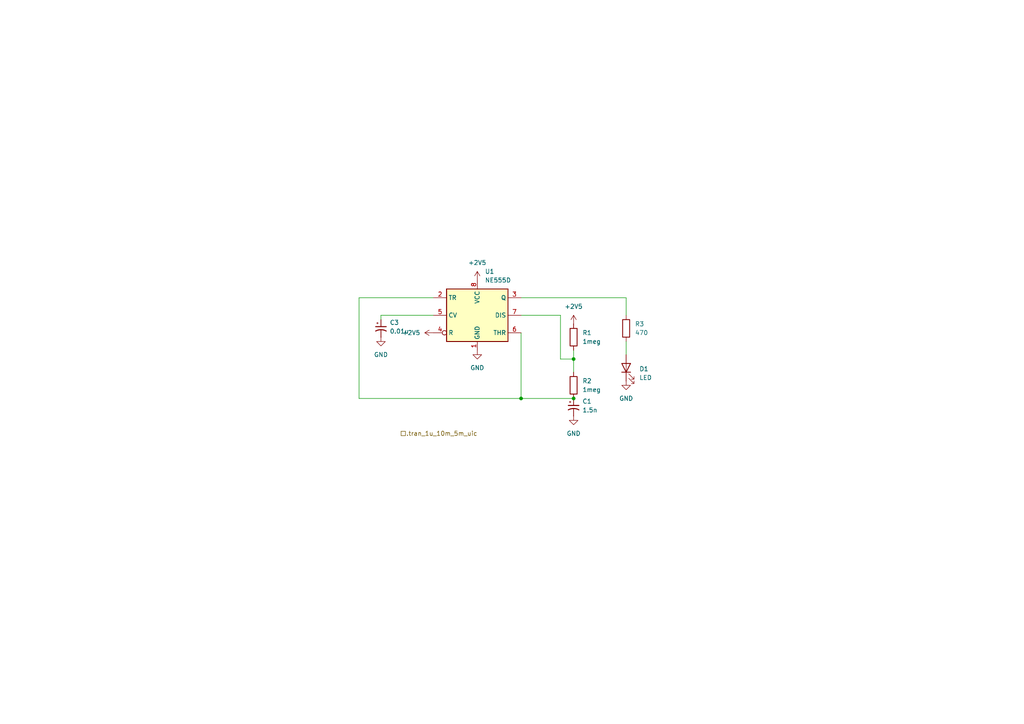
<source format=kicad_sch>
(kicad_sch
	(version 20231120)
	(generator "eeschema")
	(generator_version "8.0")
	(uuid "02789641-9d01-47ab-9dcb-39f108b5995c")
	(paper "A4")
	(lib_symbols
		(symbol "Device:C_Polarized_Small_US"
			(pin_numbers hide)
			(pin_names
				(offset 0.254) hide)
			(exclude_from_sim no)
			(in_bom yes)
			(on_board yes)
			(property "Reference" "C"
				(at 0.254 1.778 0)
				(effects
					(font
						(size 1.27 1.27)
					)
					(justify left)
				)
			)
			(property "Value" "C_Polarized_Small_US"
				(at 0.254 -2.032 0)
				(effects
					(font
						(size 1.27 1.27)
					)
					(justify left)
				)
			)
			(property "Footprint" ""
				(at 0 0 0)
				(effects
					(font
						(size 1.27 1.27)
					)
					(hide yes)
				)
			)
			(property "Datasheet" "~"
				(at 0 0 0)
				(effects
					(font
						(size 1.27 1.27)
					)
					(hide yes)
				)
			)
			(property "Description" "Polarized capacitor, small US symbol"
				(at 0 0 0)
				(effects
					(font
						(size 1.27 1.27)
					)
					(hide yes)
				)
			)
			(property "ki_keywords" "cap capacitor"
				(at 0 0 0)
				(effects
					(font
						(size 1.27 1.27)
					)
					(hide yes)
				)
			)
			(property "ki_fp_filters" "CP_*"
				(at 0 0 0)
				(effects
					(font
						(size 1.27 1.27)
					)
					(hide yes)
				)
			)
			(symbol "C_Polarized_Small_US_0_1"
				(polyline
					(pts
						(xy -1.524 0.508) (xy 1.524 0.508)
					)
					(stroke
						(width 0.3048)
						(type default)
					)
					(fill
						(type none)
					)
				)
				(polyline
					(pts
						(xy -1.27 1.524) (xy -0.762 1.524)
					)
					(stroke
						(width 0)
						(type default)
					)
					(fill
						(type none)
					)
				)
				(polyline
					(pts
						(xy -1.016 1.27) (xy -1.016 1.778)
					)
					(stroke
						(width 0)
						(type default)
					)
					(fill
						(type none)
					)
				)
				(arc
					(start 1.524 -0.762)
					(mid 0 -0.3734)
					(end -1.524 -0.762)
					(stroke
						(width 0.3048)
						(type default)
					)
					(fill
						(type none)
					)
				)
			)
			(symbol "C_Polarized_Small_US_1_1"
				(pin passive line
					(at 0 2.54 270)
					(length 2.032)
					(name "~"
						(effects
							(font
								(size 1.27 1.27)
							)
						)
					)
					(number "1"
						(effects
							(font
								(size 1.27 1.27)
							)
						)
					)
				)
				(pin passive line
					(at 0 -2.54 90)
					(length 2.032)
					(name "~"
						(effects
							(font
								(size 1.27 1.27)
							)
						)
					)
					(number "2"
						(effects
							(font
								(size 1.27 1.27)
							)
						)
					)
				)
			)
		)
		(symbol "Device:LED"
			(pin_numbers hide)
			(pin_names
				(offset 1.016) hide)
			(exclude_from_sim no)
			(in_bom yes)
			(on_board yes)
			(property "Reference" "D"
				(at 0 2.54 0)
				(effects
					(font
						(size 1.27 1.27)
					)
				)
			)
			(property "Value" "LED"
				(at 0 -2.54 0)
				(effects
					(font
						(size 1.27 1.27)
					)
				)
			)
			(property "Footprint" ""
				(at 0 0 0)
				(effects
					(font
						(size 1.27 1.27)
					)
					(hide yes)
				)
			)
			(property "Datasheet" "~"
				(at 0 0 0)
				(effects
					(font
						(size 1.27 1.27)
					)
					(hide yes)
				)
			)
			(property "Description" "Light emitting diode"
				(at 0 0 0)
				(effects
					(font
						(size 1.27 1.27)
					)
					(hide yes)
				)
			)
			(property "ki_keywords" "LED diode"
				(at 0 0 0)
				(effects
					(font
						(size 1.27 1.27)
					)
					(hide yes)
				)
			)
			(property "ki_fp_filters" "LED* LED_SMD:* LED_THT:*"
				(at 0 0 0)
				(effects
					(font
						(size 1.27 1.27)
					)
					(hide yes)
				)
			)
			(symbol "LED_0_1"
				(polyline
					(pts
						(xy -1.27 -1.27) (xy -1.27 1.27)
					)
					(stroke
						(width 0.254)
						(type default)
					)
					(fill
						(type none)
					)
				)
				(polyline
					(pts
						(xy -1.27 0) (xy 1.27 0)
					)
					(stroke
						(width 0)
						(type default)
					)
					(fill
						(type none)
					)
				)
				(polyline
					(pts
						(xy 1.27 -1.27) (xy 1.27 1.27) (xy -1.27 0) (xy 1.27 -1.27)
					)
					(stroke
						(width 0.254)
						(type default)
					)
					(fill
						(type none)
					)
				)
				(polyline
					(pts
						(xy -3.048 -0.762) (xy -4.572 -2.286) (xy -3.81 -2.286) (xy -4.572 -2.286) (xy -4.572 -1.524)
					)
					(stroke
						(width 0)
						(type default)
					)
					(fill
						(type none)
					)
				)
				(polyline
					(pts
						(xy -1.778 -0.762) (xy -3.302 -2.286) (xy -2.54 -2.286) (xy -3.302 -2.286) (xy -3.302 -1.524)
					)
					(stroke
						(width 0)
						(type default)
					)
					(fill
						(type none)
					)
				)
			)
			(symbol "LED_1_1"
				(pin passive line
					(at -3.81 0 0)
					(length 2.54)
					(name "K"
						(effects
							(font
								(size 1.27 1.27)
							)
						)
					)
					(number "1"
						(effects
							(font
								(size 1.27 1.27)
							)
						)
					)
				)
				(pin passive line
					(at 3.81 0 180)
					(length 2.54)
					(name "A"
						(effects
							(font
								(size 1.27 1.27)
							)
						)
					)
					(number "2"
						(effects
							(font
								(size 1.27 1.27)
							)
						)
					)
				)
			)
		)
		(symbol "Device:R"
			(pin_numbers hide)
			(pin_names
				(offset 0)
			)
			(exclude_from_sim no)
			(in_bom yes)
			(on_board yes)
			(property "Reference" "R"
				(at 2.032 0 90)
				(effects
					(font
						(size 1.27 1.27)
					)
				)
			)
			(property "Value" "R"
				(at 0 0 90)
				(effects
					(font
						(size 1.27 1.27)
					)
				)
			)
			(property "Footprint" ""
				(at -1.778 0 90)
				(effects
					(font
						(size 1.27 1.27)
					)
					(hide yes)
				)
			)
			(property "Datasheet" "~"
				(at 0 0 0)
				(effects
					(font
						(size 1.27 1.27)
					)
					(hide yes)
				)
			)
			(property "Description" "Resistor"
				(at 0 0 0)
				(effects
					(font
						(size 1.27 1.27)
					)
					(hide yes)
				)
			)
			(property "ki_keywords" "R res resistor"
				(at 0 0 0)
				(effects
					(font
						(size 1.27 1.27)
					)
					(hide yes)
				)
			)
			(property "ki_fp_filters" "R_*"
				(at 0 0 0)
				(effects
					(font
						(size 1.27 1.27)
					)
					(hide yes)
				)
			)
			(symbol "R_0_1"
				(rectangle
					(start -1.016 -2.54)
					(end 1.016 2.54)
					(stroke
						(width 0.254)
						(type default)
					)
					(fill
						(type none)
					)
				)
			)
			(symbol "R_1_1"
				(pin passive line
					(at 0 3.81 270)
					(length 1.27)
					(name "~"
						(effects
							(font
								(size 1.27 1.27)
							)
						)
					)
					(number "1"
						(effects
							(font
								(size 1.27 1.27)
							)
						)
					)
				)
				(pin passive line
					(at 0 -3.81 90)
					(length 1.27)
					(name "~"
						(effects
							(font
								(size 1.27 1.27)
							)
						)
					)
					(number "2"
						(effects
							(font
								(size 1.27 1.27)
							)
						)
					)
				)
			)
		)
		(symbol "Timer:NE555D"
			(exclude_from_sim no)
			(in_bom yes)
			(on_board yes)
			(property "Reference" "U"
				(at -10.16 8.89 0)
				(effects
					(font
						(size 1.27 1.27)
					)
					(justify left)
				)
			)
			(property "Value" "NE555D"
				(at 2.54 8.89 0)
				(effects
					(font
						(size 1.27 1.27)
					)
					(justify left)
				)
			)
			(property "Footprint" "Package_SO:SOIC-8_3.9x4.9mm_P1.27mm"
				(at 21.59 -10.16 0)
				(effects
					(font
						(size 1.27 1.27)
					)
					(hide yes)
				)
			)
			(property "Datasheet" "http://www.ti.com/lit/ds/symlink/ne555.pdf"
				(at 21.59 -10.16 0)
				(effects
					(font
						(size 1.27 1.27)
					)
					(hide yes)
				)
			)
			(property "Description" "Precision Timers, 555 compatible, SOIC-8"
				(at 0 0 0)
				(effects
					(font
						(size 1.27 1.27)
					)
					(hide yes)
				)
			)
			(property "ki_keywords" "single timer 555"
				(at 0 0 0)
				(effects
					(font
						(size 1.27 1.27)
					)
					(hide yes)
				)
			)
			(property "ki_fp_filters" "SOIC*3.9x4.9mm*P1.27mm*"
				(at 0 0 0)
				(effects
					(font
						(size 1.27 1.27)
					)
					(hide yes)
				)
			)
			(symbol "NE555D_0_0"
				(pin power_in line
					(at 0 -10.16 90)
					(length 2.54)
					(name "GND"
						(effects
							(font
								(size 1.27 1.27)
							)
						)
					)
					(number "1"
						(effects
							(font
								(size 1.27 1.27)
							)
						)
					)
				)
				(pin power_in line
					(at 0 10.16 270)
					(length 2.54)
					(name "VCC"
						(effects
							(font
								(size 1.27 1.27)
							)
						)
					)
					(number "8"
						(effects
							(font
								(size 1.27 1.27)
							)
						)
					)
				)
			)
			(symbol "NE555D_0_1"
				(rectangle
					(start -8.89 -7.62)
					(end 8.89 7.62)
					(stroke
						(width 0.254)
						(type default)
					)
					(fill
						(type background)
					)
				)
				(rectangle
					(start -8.89 -7.62)
					(end 8.89 7.62)
					(stroke
						(width 0.254)
						(type default)
					)
					(fill
						(type background)
					)
				)
			)
			(symbol "NE555D_1_1"
				(pin input line
					(at -12.7 5.08 0)
					(length 3.81)
					(name "TR"
						(effects
							(font
								(size 1.27 1.27)
							)
						)
					)
					(number "2"
						(effects
							(font
								(size 1.27 1.27)
							)
						)
					)
				)
				(pin output line
					(at 12.7 5.08 180)
					(length 3.81)
					(name "Q"
						(effects
							(font
								(size 1.27 1.27)
							)
						)
					)
					(number "3"
						(effects
							(font
								(size 1.27 1.27)
							)
						)
					)
				)
				(pin input inverted
					(at -12.7 -5.08 0)
					(length 3.81)
					(name "R"
						(effects
							(font
								(size 1.27 1.27)
							)
						)
					)
					(number "4"
						(effects
							(font
								(size 1.27 1.27)
							)
						)
					)
				)
				(pin input line
					(at -12.7 0 0)
					(length 3.81)
					(name "CV"
						(effects
							(font
								(size 1.27 1.27)
							)
						)
					)
					(number "5"
						(effects
							(font
								(size 1.27 1.27)
							)
						)
					)
				)
				(pin input line
					(at 12.7 -5.08 180)
					(length 3.81)
					(name "THR"
						(effects
							(font
								(size 1.27 1.27)
							)
						)
					)
					(number "6"
						(effects
							(font
								(size 1.27 1.27)
							)
						)
					)
				)
				(pin input line
					(at 12.7 0 180)
					(length 3.81)
					(name "DIS"
						(effects
							(font
								(size 1.27 1.27)
							)
						)
					)
					(number "7"
						(effects
							(font
								(size 1.27 1.27)
							)
						)
					)
				)
			)
		)
		(symbol "power:+2V5"
			(power)
			(pin_numbers hide)
			(pin_names
				(offset 0) hide)
			(exclude_from_sim no)
			(in_bom yes)
			(on_board yes)
			(property "Reference" "#PWR"
				(at 0 -3.81 0)
				(effects
					(font
						(size 1.27 1.27)
					)
					(hide yes)
				)
			)
			(property "Value" "+2V5"
				(at 0 3.556 0)
				(effects
					(font
						(size 1.27 1.27)
					)
				)
			)
			(property "Footprint" ""
				(at 0 0 0)
				(effects
					(font
						(size 1.27 1.27)
					)
					(hide yes)
				)
			)
			(property "Datasheet" ""
				(at 0 0 0)
				(effects
					(font
						(size 1.27 1.27)
					)
					(hide yes)
				)
			)
			(property "Description" "Power symbol creates a global label with name \"+2V5\""
				(at 0 0 0)
				(effects
					(font
						(size 1.27 1.27)
					)
					(hide yes)
				)
			)
			(property "ki_keywords" "global power"
				(at 0 0 0)
				(effects
					(font
						(size 1.27 1.27)
					)
					(hide yes)
				)
			)
			(symbol "+2V5_0_1"
				(polyline
					(pts
						(xy -0.762 1.27) (xy 0 2.54)
					)
					(stroke
						(width 0)
						(type default)
					)
					(fill
						(type none)
					)
				)
				(polyline
					(pts
						(xy 0 0) (xy 0 2.54)
					)
					(stroke
						(width 0)
						(type default)
					)
					(fill
						(type none)
					)
				)
				(polyline
					(pts
						(xy 0 2.54) (xy 0.762 1.27)
					)
					(stroke
						(width 0)
						(type default)
					)
					(fill
						(type none)
					)
				)
			)
			(symbol "+2V5_1_1"
				(pin power_in line
					(at 0 0 90)
					(length 0)
					(name "~"
						(effects
							(font
								(size 1.27 1.27)
							)
						)
					)
					(number "1"
						(effects
							(font
								(size 1.27 1.27)
							)
						)
					)
				)
			)
		)
		(symbol "power:GND"
			(power)
			(pin_numbers hide)
			(pin_names
				(offset 0) hide)
			(exclude_from_sim no)
			(in_bom yes)
			(on_board yes)
			(property "Reference" "#PWR"
				(at 0 -6.35 0)
				(effects
					(font
						(size 1.27 1.27)
					)
					(hide yes)
				)
			)
			(property "Value" "GND"
				(at 0 -3.81 0)
				(effects
					(font
						(size 1.27 1.27)
					)
				)
			)
			(property "Footprint" ""
				(at 0 0 0)
				(effects
					(font
						(size 1.27 1.27)
					)
					(hide yes)
				)
			)
			(property "Datasheet" ""
				(at 0 0 0)
				(effects
					(font
						(size 1.27 1.27)
					)
					(hide yes)
				)
			)
			(property "Description" "Power symbol creates a global label with name \"GND\" , ground"
				(at 0 0 0)
				(effects
					(font
						(size 1.27 1.27)
					)
					(hide yes)
				)
			)
			(property "ki_keywords" "global power"
				(at 0 0 0)
				(effects
					(font
						(size 1.27 1.27)
					)
					(hide yes)
				)
			)
			(symbol "GND_0_1"
				(polyline
					(pts
						(xy 0 0) (xy 0 -1.27) (xy 1.27 -1.27) (xy 0 -2.54) (xy -1.27 -1.27) (xy 0 -1.27)
					)
					(stroke
						(width 0)
						(type default)
					)
					(fill
						(type none)
					)
				)
			)
			(symbol "GND_1_1"
				(pin power_in line
					(at 0 0 270)
					(length 0)
					(name "~"
						(effects
							(font
								(size 1.27 1.27)
							)
						)
					)
					(number "1"
						(effects
							(font
								(size 1.27 1.27)
							)
						)
					)
				)
			)
		)
	)
	(junction
		(at 166.37 104.14)
		(diameter 0)
		(color 0 0 0 0)
		(uuid "014fe33f-a0f7-4c22-ac7f-eb40643f828b")
	)
	(junction
		(at 166.37 115.57)
		(diameter 0)
		(color 0 0 0 0)
		(uuid "22d0e8a2-4e88-4e4f-9801-cef324ca597a")
	)
	(junction
		(at 151.13 115.57)
		(diameter 0)
		(color 0 0 0 0)
		(uuid "3523474e-b1fc-42b6-8274-cd42fbff0b9f")
	)
	(wire
		(pts
			(xy 151.13 91.44) (xy 162.56 91.44)
		)
		(stroke
			(width 0)
			(type default)
		)
		(uuid "0ec84429-6845-40c2-b98d-480bf0cbb0f3")
	)
	(wire
		(pts
			(xy 125.73 86.36) (xy 104.14 86.36)
		)
		(stroke
			(width 0)
			(type default)
		)
		(uuid "12ec4e45-c097-4248-ba40-b66caae2478a")
	)
	(wire
		(pts
			(xy 151.13 86.36) (xy 181.61 86.36)
		)
		(stroke
			(width 0)
			(type default)
		)
		(uuid "2e53b988-0cc1-414e-9be5-dfd3243138f4")
	)
	(wire
		(pts
			(xy 104.14 86.36) (xy 104.14 115.57)
		)
		(stroke
			(width 0)
			(type default)
		)
		(uuid "535c2481-a23d-42a9-bc2c-92ea098693ae")
	)
	(wire
		(pts
			(xy 104.14 115.57) (xy 151.13 115.57)
		)
		(stroke
			(width 0)
			(type default)
		)
		(uuid "5399fdf8-9f32-41be-870c-5f6f5bf74e59")
	)
	(wire
		(pts
			(xy 151.13 115.57) (xy 166.37 115.57)
		)
		(stroke
			(width 0)
			(type default)
		)
		(uuid "5541866d-03f1-4f5e-be3f-f9ad20901a69")
	)
	(wire
		(pts
			(xy 181.61 99.06) (xy 181.61 102.87)
		)
		(stroke
			(width 0)
			(type default)
		)
		(uuid "6746c979-8a69-451e-8c65-9018d8b166b8")
	)
	(wire
		(pts
			(xy 166.37 104.14) (xy 166.37 101.6)
		)
		(stroke
			(width 0)
			(type default)
		)
		(uuid "989f0033-c9b0-4974-a76b-f476563095db")
	)
	(wire
		(pts
			(xy 125.73 91.44) (xy 110.49 91.44)
		)
		(stroke
			(width 0)
			(type default)
		)
		(uuid "99358683-a5a0-462e-b297-2b92355501f6")
	)
	(wire
		(pts
			(xy 166.37 104.14) (xy 166.37 107.95)
		)
		(stroke
			(width 0)
			(type default)
		)
		(uuid "b5b18c9f-2a6d-4233-b90a-3789690a3f57")
	)
	(wire
		(pts
			(xy 110.49 91.44) (xy 110.49 92.71)
		)
		(stroke
			(width 0)
			(type default)
		)
		(uuid "b5f719ee-0fd2-4cea-a8cd-fc9c36694b12")
	)
	(wire
		(pts
			(xy 181.61 86.36) (xy 181.61 91.44)
		)
		(stroke
			(width 0)
			(type default)
		)
		(uuid "c44f0926-a291-4d92-af9b-efc22a91574f")
	)
	(wire
		(pts
			(xy 162.56 91.44) (xy 162.56 104.14)
		)
		(stroke
			(width 0)
			(type default)
		)
		(uuid "c9ff3109-9b73-4bfa-a60e-d270c0ab0cbc")
	)
	(wire
		(pts
			(xy 162.56 104.14) (xy 166.37 104.14)
		)
		(stroke
			(width 0)
			(type default)
		)
		(uuid "d0b56612-d263-48d2-bf74-33e7409ac923")
	)
	(wire
		(pts
			(xy 151.13 96.52) (xy 151.13 115.57)
		)
		(stroke
			(width 0)
			(type default)
		)
		(uuid "e6299bd1-1147-47da-8fb1-3f022f82a529")
	)
	(hierarchical_label ".tran_1u_10m_5m_uic"
		(shape passive)
		(at 116.332 125.73 0)
		(fields_autoplaced yes)
		(effects
			(font
				(size 1.27 1.27)
			)
			(justify left)
		)
		(uuid "443c0a21-acf0-4b97-866f-29219f130719")
	)
	(symbol
		(lib_id "power:+2V5")
		(at 125.73 96.52 90)
		(unit 1)
		(exclude_from_sim no)
		(in_bom yes)
		(on_board yes)
		(dnp no)
		(fields_autoplaced yes)
		(uuid "14e51475-257d-46b0-be94-2838bad6d1fa")
		(property "Reference" "#PWR06"
			(at 129.54 96.52 0)
			(effects
				(font
					(size 1.27 1.27)
				)
				(hide yes)
			)
		)
		(property "Value" "+2V5"
			(at 121.92 96.5199 90)
			(effects
				(font
					(size 1.27 1.27)
				)
				(justify left)
			)
		)
		(property "Footprint" ""
			(at 125.73 96.52 0)
			(effects
				(font
					(size 1.27 1.27)
				)
				(hide yes)
			)
		)
		(property "Datasheet" ""
			(at 125.73 96.52 0)
			(effects
				(font
					(size 1.27 1.27)
				)
				(hide yes)
			)
		)
		(property "Description" "Power symbol creates a global label with name \"+2V5\""
			(at 125.73 96.52 0)
			(effects
				(font
					(size 1.27 1.27)
				)
				(hide yes)
			)
		)
		(pin "1"
			(uuid "805ed6c7-02a9-41cb-8d99-2193c1437cde")
		)
		(instances
			(project ""
				(path "/02789641-9d01-47ab-9dcb-39f108b5995c"
					(reference "#PWR06")
					(unit 1)
				)
			)
		)
	)
	(symbol
		(lib_id "power:GND")
		(at 110.49 97.79 0)
		(unit 1)
		(exclude_from_sim no)
		(in_bom yes)
		(on_board yes)
		(dnp no)
		(fields_autoplaced yes)
		(uuid "1e12f3a2-ba43-4633-903f-c35603d43f7d")
		(property "Reference" "#PWR04"
			(at 110.49 104.14 0)
			(effects
				(font
					(size 1.27 1.27)
				)
				(hide yes)
			)
		)
		(property "Value" "GND"
			(at 110.49 102.87 0)
			(effects
				(font
					(size 1.27 1.27)
				)
			)
		)
		(property "Footprint" ""
			(at 110.49 97.79 0)
			(effects
				(font
					(size 1.27 1.27)
				)
				(hide yes)
			)
		)
		(property "Datasheet" ""
			(at 110.49 97.79 0)
			(effects
				(font
					(size 1.27 1.27)
				)
				(hide yes)
			)
		)
		(property "Description" "Power symbol creates a global label with name \"GND\" , ground"
			(at 110.49 97.79 0)
			(effects
				(font
					(size 1.27 1.27)
				)
				(hide yes)
			)
		)
		(pin "1"
			(uuid "a006bda0-4489-4d47-a8e6-7c75a32d9a9a")
		)
		(instances
			(project ""
				(path "/02789641-9d01-47ab-9dcb-39f108b5995c"
					(reference "#PWR04")
					(unit 1)
				)
			)
		)
	)
	(symbol
		(lib_id "power:GND")
		(at 138.43 101.6 0)
		(unit 1)
		(exclude_from_sim no)
		(in_bom yes)
		(on_board yes)
		(dnp no)
		(fields_autoplaced yes)
		(uuid "224844c5-dbc4-4198-9def-aa39dc6014ac")
		(property "Reference" "#PWR02"
			(at 138.43 107.95 0)
			(effects
				(font
					(size 1.27 1.27)
				)
				(hide yes)
			)
		)
		(property "Value" "GND"
			(at 138.43 106.68 0)
			(effects
				(font
					(size 1.27 1.27)
				)
			)
		)
		(property "Footprint" ""
			(at 138.43 101.6 0)
			(effects
				(font
					(size 1.27 1.27)
				)
				(hide yes)
			)
		)
		(property "Datasheet" ""
			(at 138.43 101.6 0)
			(effects
				(font
					(size 1.27 1.27)
				)
				(hide yes)
			)
		)
		(property "Description" "Power symbol creates a global label with name \"GND\" , ground"
			(at 138.43 101.6 0)
			(effects
				(font
					(size 1.27 1.27)
				)
				(hide yes)
			)
		)
		(pin "1"
			(uuid "538c2cb0-0e79-44c9-aad0-ede13bffc5ce")
		)
		(instances
			(project ""
				(path "/02789641-9d01-47ab-9dcb-39f108b5995c"
					(reference "#PWR02")
					(unit 1)
				)
			)
		)
	)
	(symbol
		(lib_id "Device:C_Polarized_Small_US")
		(at 110.49 95.25 0)
		(unit 1)
		(exclude_from_sim no)
		(in_bom yes)
		(on_board yes)
		(dnp no)
		(fields_autoplaced yes)
		(uuid "45759441-6f6a-4f50-ad6a-b69c1a1cd19d")
		(property "Reference" "C3"
			(at 113.03 93.5481 0)
			(effects
				(font
					(size 1.27 1.27)
				)
				(justify left)
			)
		)
		(property "Value" "0.01u"
			(at 113.03 96.0881 0)
			(effects
				(font
					(size 1.27 1.27)
				)
				(justify left)
			)
		)
		(property "Footprint" ""
			(at 110.49 95.25 0)
			(effects
				(font
					(size 1.27 1.27)
				)
				(hide yes)
			)
		)
		(property "Datasheet" "~"
			(at 110.49 95.25 0)
			(effects
				(font
					(size 1.27 1.27)
				)
				(hide yes)
			)
		)
		(property "Description" "Polarized capacitor, small US symbol"
			(at 110.49 95.25 0)
			(effects
				(font
					(size 1.27 1.27)
				)
				(hide yes)
			)
		)
		(pin "1"
			(uuid "01c99838-c93a-456c-8df8-a99ba22c2800")
		)
		(pin "2"
			(uuid "ddcb6449-9712-4c9b-b164-f29487ee77ee")
		)
		(instances
			(project ""
				(path "/02789641-9d01-47ab-9dcb-39f108b5995c"
					(reference "C3")
					(unit 1)
				)
			)
		)
	)
	(symbol
		(lib_id "power:+2V5")
		(at 166.37 93.98 0)
		(unit 1)
		(exclude_from_sim no)
		(in_bom yes)
		(on_board yes)
		(dnp no)
		(fields_autoplaced yes)
		(uuid "52fa1c25-da95-4881-a95f-57b4d69c1463")
		(property "Reference" "#PWR07"
			(at 166.37 97.79 0)
			(effects
				(font
					(size 1.27 1.27)
				)
				(hide yes)
			)
		)
		(property "Value" "+2V5"
			(at 166.37 88.9 0)
			(effects
				(font
					(size 1.27 1.27)
				)
			)
		)
		(property "Footprint" ""
			(at 166.37 93.98 0)
			(effects
				(font
					(size 1.27 1.27)
				)
				(hide yes)
			)
		)
		(property "Datasheet" ""
			(at 166.37 93.98 0)
			(effects
				(font
					(size 1.27 1.27)
				)
				(hide yes)
			)
		)
		(property "Description" "Power symbol creates a global label with name \"+2V5\""
			(at 166.37 93.98 0)
			(effects
				(font
					(size 1.27 1.27)
				)
				(hide yes)
			)
		)
		(pin "1"
			(uuid "2af70ea2-a765-491f-b742-f9d2a3a77bfe")
		)
		(instances
			(project ""
				(path "/02789641-9d01-47ab-9dcb-39f108b5995c"
					(reference "#PWR07")
					(unit 1)
				)
			)
		)
	)
	(symbol
		(lib_id "Timer:NE555D")
		(at 138.43 91.44 0)
		(unit 1)
		(exclude_from_sim no)
		(in_bom yes)
		(on_board yes)
		(dnp no)
		(fields_autoplaced yes)
		(uuid "72a2fa42-3f45-4424-a7f8-7f71cca54855")
		(property "Reference" "U1"
			(at 140.6241 78.74 0)
			(effects
				(font
					(size 1.27 1.27)
				)
				(justify left)
			)
		)
		(property "Value" "NE555D"
			(at 140.6241 81.28 0)
			(effects
				(font
					(size 1.27 1.27)
				)
				(justify left)
			)
		)
		(property "Footprint" "Package_SO:SOIC-8_3.9x4.9mm_P1.27mm"
			(at 160.02 101.6 0)
			(effects
				(font
					(size 1.27 1.27)
				)
				(hide yes)
			)
		)
		(property "Datasheet" "http://www.ti.com/lit/ds/symlink/ne555.pdf"
			(at 160.02 101.6 0)
			(effects
				(font
					(size 1.27 1.27)
				)
				(hide yes)
			)
		)
		(property "Description" "Precision Timers, 555 compatible, SOIC-8"
			(at 138.43 91.44 0)
			(effects
				(font
					(size 1.27 1.27)
				)
				(hide yes)
			)
		)
		(pin "2"
			(uuid "efafdb30-02f3-46e6-bb88-2930d3733466")
		)
		(pin "5"
			(uuid "9bb2f285-adac-4d9f-af00-0ac88f91a4c5")
		)
		(pin "8"
			(uuid "75556b21-95bb-4446-a92c-dedeb4a4b32b")
		)
		(pin "7"
			(uuid "c47d7597-c4d0-4ea6-b4eb-f5d45445527c")
		)
		(pin "1"
			(uuid "a4d4e65f-d7aa-4928-b5ea-2f1fefb2259f")
		)
		(pin "6"
			(uuid "ef3cc041-34d2-475f-b627-04f7ba1a9ed2")
		)
		(pin "3"
			(uuid "dfcd054a-531f-408c-b4fd-049701b220a0")
		)
		(pin "4"
			(uuid "96befbde-05a9-41a7-a679-f8f290a67584")
		)
		(instances
			(project ""
				(path "/02789641-9d01-47ab-9dcb-39f108b5995c"
					(reference "U1")
					(unit 1)
				)
			)
		)
	)
	(symbol
		(lib_id "Device:R")
		(at 166.37 111.76 0)
		(unit 1)
		(exclude_from_sim no)
		(in_bom yes)
		(on_board yes)
		(dnp no)
		(fields_autoplaced yes)
		(uuid "91254f43-9e08-4bc5-bce8-2506c7807dda")
		(property "Reference" "R2"
			(at 168.91 110.4899 0)
			(effects
				(font
					(size 1.27 1.27)
				)
				(justify left)
			)
		)
		(property "Value" "1meg"
			(at 168.91 113.0299 0)
			(effects
				(font
					(size 1.27 1.27)
				)
				(justify left)
			)
		)
		(property "Footprint" ""
			(at 164.592 111.76 90)
			(effects
				(font
					(size 1.27 1.27)
				)
				(hide yes)
			)
		)
		(property "Datasheet" "~"
			(at 166.37 111.76 0)
			(effects
				(font
					(size 1.27 1.27)
				)
				(hide yes)
			)
		)
		(property "Description" "Resistor"
			(at 166.37 111.76 0)
			(effects
				(font
					(size 1.27 1.27)
				)
				(hide yes)
			)
		)
		(pin "2"
			(uuid "e9ad89fa-1955-4a65-a034-3076e3326f08")
		)
		(pin "1"
			(uuid "dd095aa3-2c19-4626-85f7-500a05b548a4")
		)
		(instances
			(project ""
				(path "/02789641-9d01-47ab-9dcb-39f108b5995c"
					(reference "R2")
					(unit 1)
				)
			)
		)
	)
	(symbol
		(lib_id "Device:R")
		(at 181.61 95.25 0)
		(unit 1)
		(exclude_from_sim no)
		(in_bom yes)
		(on_board yes)
		(dnp no)
		(fields_autoplaced yes)
		(uuid "9fd8a088-851e-4fdd-9b10-e6a5509ea5bb")
		(property "Reference" "R3"
			(at 184.15 93.9799 0)
			(effects
				(font
					(size 1.27 1.27)
				)
				(justify left)
			)
		)
		(property "Value" "470"
			(at 184.15 96.5199 0)
			(effects
				(font
					(size 1.27 1.27)
				)
				(justify left)
			)
		)
		(property "Footprint" ""
			(at 179.832 95.25 90)
			(effects
				(font
					(size 1.27 1.27)
				)
				(hide yes)
			)
		)
		(property "Datasheet" "~"
			(at 181.61 95.25 0)
			(effects
				(font
					(size 1.27 1.27)
				)
				(hide yes)
			)
		)
		(property "Description" "Resistor"
			(at 181.61 95.25 0)
			(effects
				(font
					(size 1.27 1.27)
				)
				(hide yes)
			)
		)
		(pin "2"
			(uuid "9f05a362-b3f7-463b-ba05-aa67ea1f3835")
		)
		(pin "1"
			(uuid "9eb9cffa-d181-46c1-9cbd-b252bea4d637")
		)
		(instances
			(project ""
				(path "/02789641-9d01-47ab-9dcb-39f108b5995c"
					(reference "R3")
					(unit 1)
				)
			)
		)
	)
	(symbol
		(lib_id "power:GND")
		(at 181.61 110.49 0)
		(unit 1)
		(exclude_from_sim no)
		(in_bom yes)
		(on_board yes)
		(dnp no)
		(fields_autoplaced yes)
		(uuid "bb256714-93b4-4672-9cf6-cd704b8c3b9c")
		(property "Reference" "#PWR01"
			(at 181.61 116.84 0)
			(effects
				(font
					(size 1.27 1.27)
				)
				(hide yes)
			)
		)
		(property "Value" "GND"
			(at 181.61 115.57 0)
			(effects
				(font
					(size 1.27 1.27)
				)
			)
		)
		(property "Footprint" ""
			(at 181.61 110.49 0)
			(effects
				(font
					(size 1.27 1.27)
				)
				(hide yes)
			)
		)
		(property "Datasheet" ""
			(at 181.61 110.49 0)
			(effects
				(font
					(size 1.27 1.27)
				)
				(hide yes)
			)
		)
		(property "Description" "Power symbol creates a global label with name \"GND\" , ground"
			(at 181.61 110.49 0)
			(effects
				(font
					(size 1.27 1.27)
				)
				(hide yes)
			)
		)
		(pin "1"
			(uuid "34b1c722-ae47-4df5-aed2-dbb48353a65f")
		)
		(instances
			(project ""
				(path "/02789641-9d01-47ab-9dcb-39f108b5995c"
					(reference "#PWR01")
					(unit 1)
				)
			)
		)
	)
	(symbol
		(lib_id "power:+2V5")
		(at 138.43 81.28 0)
		(unit 1)
		(exclude_from_sim no)
		(in_bom yes)
		(on_board yes)
		(dnp no)
		(fields_autoplaced yes)
		(uuid "c06387d7-d243-43c6-a0ba-8155afa67684")
		(property "Reference" "#PWR05"
			(at 138.43 85.09 0)
			(effects
				(font
					(size 1.27 1.27)
				)
				(hide yes)
			)
		)
		(property "Value" "+2V5"
			(at 138.43 76.2 0)
			(effects
				(font
					(size 1.27 1.27)
				)
			)
		)
		(property "Footprint" ""
			(at 138.43 81.28 0)
			(effects
				(font
					(size 1.27 1.27)
				)
				(hide yes)
			)
		)
		(property "Datasheet" ""
			(at 138.43 81.28 0)
			(effects
				(font
					(size 1.27 1.27)
				)
				(hide yes)
			)
		)
		(property "Description" "Power symbol creates a global label with name \"+2V5\""
			(at 138.43 81.28 0)
			(effects
				(font
					(size 1.27 1.27)
				)
				(hide yes)
			)
		)
		(pin "1"
			(uuid "62ebccc3-106c-471b-aa9b-4afe8bda3bfd")
		)
		(instances
			(project ""
				(path "/02789641-9d01-47ab-9dcb-39f108b5995c"
					(reference "#PWR05")
					(unit 1)
				)
			)
		)
	)
	(symbol
		(lib_id "Device:R")
		(at 166.37 97.79 0)
		(unit 1)
		(exclude_from_sim no)
		(in_bom yes)
		(on_board yes)
		(dnp no)
		(fields_autoplaced yes)
		(uuid "c7642a1d-b513-49a6-93c2-0e7b8ac3aa5e")
		(property "Reference" "R1"
			(at 168.91 96.5199 0)
			(effects
				(font
					(size 1.27 1.27)
				)
				(justify left)
			)
		)
		(property "Value" "1meg"
			(at 168.91 99.0599 0)
			(effects
				(font
					(size 1.27 1.27)
				)
				(justify left)
			)
		)
		(property "Footprint" ""
			(at 164.592 97.79 90)
			(effects
				(font
					(size 1.27 1.27)
				)
				(hide yes)
			)
		)
		(property "Datasheet" "~"
			(at 166.37 97.79 0)
			(effects
				(font
					(size 1.27 1.27)
				)
				(hide yes)
			)
		)
		(property "Description" "Resistor"
			(at 166.37 97.79 0)
			(effects
				(font
					(size 1.27 1.27)
				)
				(hide yes)
			)
		)
		(pin "1"
			(uuid "a96549e9-abd2-42c2-97ef-059deb0f49dd")
		)
		(pin "2"
			(uuid "0df5606f-8d98-4b02-a256-347e2fabc70f")
		)
		(instances
			(project ""
				(path "/02789641-9d01-47ab-9dcb-39f108b5995c"
					(reference "R1")
					(unit 1)
				)
			)
		)
	)
	(symbol
		(lib_id "Device:LED")
		(at 181.61 106.68 90)
		(unit 1)
		(exclude_from_sim no)
		(in_bom yes)
		(on_board yes)
		(dnp no)
		(fields_autoplaced yes)
		(uuid "d40fd4e1-a036-40cf-bff3-f5a570866270")
		(property "Reference" "D1"
			(at 185.42 106.9974 90)
			(effects
				(font
					(size 1.27 1.27)
				)
				(justify right)
			)
		)
		(property "Value" "LED"
			(at 185.42 109.5374 90)
			(effects
				(font
					(size 1.27 1.27)
				)
				(justify right)
			)
		)
		(property "Footprint" ""
			(at 181.61 106.68 0)
			(effects
				(font
					(size 1.27 1.27)
				)
				(hide yes)
			)
		)
		(property "Datasheet" "~"
			(at 181.61 106.68 0)
			(effects
				(font
					(size 1.27 1.27)
				)
				(hide yes)
			)
		)
		(property "Description" "Light emitting diode"
			(at 181.61 106.68 0)
			(effects
				(font
					(size 1.27 1.27)
				)
				(hide yes)
			)
		)
		(pin "2"
			(uuid "0e06e395-92e0-4613-a846-b43891f9bcc6")
		)
		(pin "1"
			(uuid "cc9fea12-e626-490b-b184-32d250f2f639")
		)
		(instances
			(project ""
				(path "/02789641-9d01-47ab-9dcb-39f108b5995c"
					(reference "D1")
					(unit 1)
				)
			)
		)
	)
	(symbol
		(lib_id "Device:C_Polarized_Small_US")
		(at 166.37 118.11 0)
		(unit 1)
		(exclude_from_sim no)
		(in_bom yes)
		(on_board yes)
		(dnp no)
		(fields_autoplaced yes)
		(uuid "ed493ec5-cdc9-4df0-a7dc-5bfa33456143")
		(property "Reference" "C1"
			(at 168.91 116.4081 0)
			(effects
				(font
					(size 1.27 1.27)
				)
				(justify left)
			)
		)
		(property "Value" "1.5n"
			(at 168.91 118.9481 0)
			(effects
				(font
					(size 1.27 1.27)
				)
				(justify left)
			)
		)
		(property "Footprint" ""
			(at 166.37 118.11 0)
			(effects
				(font
					(size 1.27 1.27)
				)
				(hide yes)
			)
		)
		(property "Datasheet" "~"
			(at 166.37 118.11 0)
			(effects
				(font
					(size 1.27 1.27)
				)
				(hide yes)
			)
		)
		(property "Description" "Polarized capacitor, small US symbol"
			(at 166.37 118.11 0)
			(effects
				(font
					(size 1.27 1.27)
				)
				(hide yes)
			)
		)
		(pin "1"
			(uuid "1e42944c-763f-47f8-908f-faac866a44f2")
		)
		(pin "2"
			(uuid "d1482fd1-51de-46ab-984d-8a9569b7b9eb")
		)
		(instances
			(project ""
				(path "/02789641-9d01-47ab-9dcb-39f108b5995c"
					(reference "C1")
					(unit 1)
				)
			)
		)
	)
	(symbol
		(lib_id "power:GND")
		(at 166.37 120.65 0)
		(unit 1)
		(exclude_from_sim no)
		(in_bom yes)
		(on_board yes)
		(dnp no)
		(fields_autoplaced yes)
		(uuid "ed587c34-119c-4bfc-9a0e-036d622ecc90")
		(property "Reference" "#PWR03"
			(at 166.37 127 0)
			(effects
				(font
					(size 1.27 1.27)
				)
				(hide yes)
			)
		)
		(property "Value" "GND"
			(at 166.37 125.73 0)
			(effects
				(font
					(size 1.27 1.27)
				)
			)
		)
		(property "Footprint" ""
			(at 166.37 120.65 0)
			(effects
				(font
					(size 1.27 1.27)
				)
				(hide yes)
			)
		)
		(property "Datasheet" ""
			(at 166.37 120.65 0)
			(effects
				(font
					(size 1.27 1.27)
				)
				(hide yes)
			)
		)
		(property "Description" "Power symbol creates a global label with name \"GND\" , ground"
			(at 166.37 120.65 0)
			(effects
				(font
					(size 1.27 1.27)
				)
				(hide yes)
			)
		)
		(pin "1"
			(uuid "1060cfad-2ae9-46f7-85e0-2119befe8c92")
		)
		(instances
			(project ""
				(path "/02789641-9d01-47ab-9dcb-39f108b5995c"
					(reference "#PWR03")
					(unit 1)
				)
			)
		)
	)
	(sheet_instances
		(path "/"
			(page "1")
		)
	)
)

</source>
